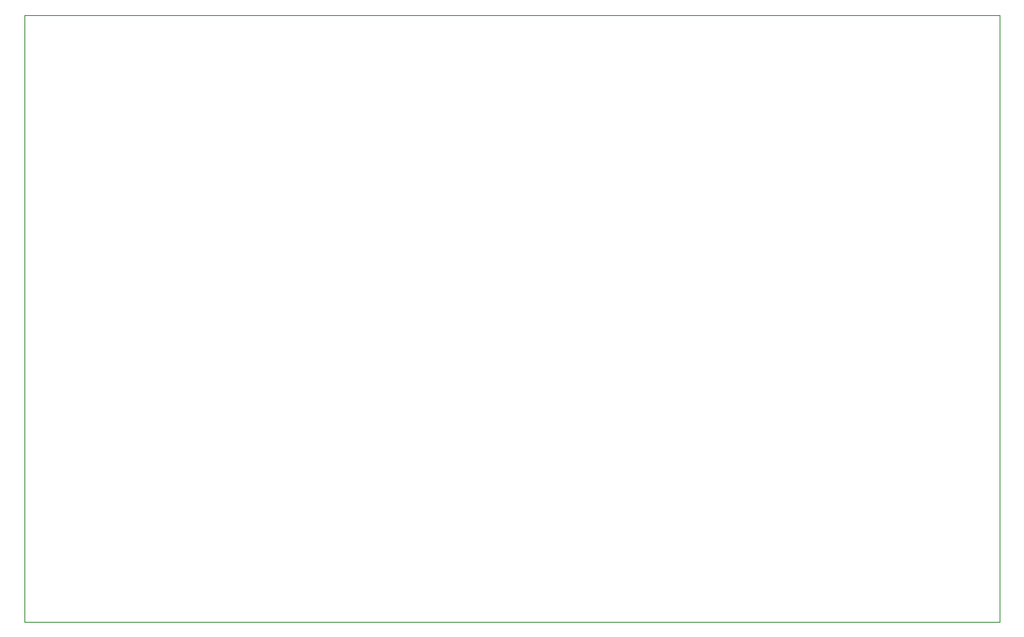
<source format=gbr>
%TF.GenerationSoftware,KiCad,Pcbnew,9.0.4*%
%TF.CreationDate,2026-01-26T21:10:16+09:00*%
%TF.ProjectId,BLE_LED_Dongle,424c455f-4c45-4445-9f44-6f6e676c652e,rev?*%
%TF.SameCoordinates,Original*%
%TF.FileFunction,Profile,NP*%
%FSLAX46Y46*%
G04 Gerber Fmt 4.6, Leading zero omitted, Abs format (unit mm)*
G04 Created by KiCad (PCBNEW 9.0.4) date 2026-01-26 21:10:16*
%MOMM*%
%LPD*%
G01*
G04 APERTURE LIST*
%TA.AperFunction,Profile*%
%ADD10C,0.050000*%
%TD*%
G04 APERTURE END LIST*
D10*
X92000000Y-19000000D02*
X190000000Y-19000000D01*
X190000000Y-80000000D01*
X92000000Y-80000000D01*
X92000000Y-19000000D01*
M02*

</source>
